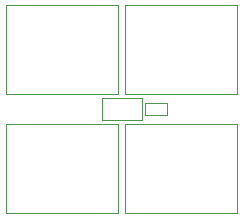
<source format=gbr>
%TF.GenerationSoftware,KiCad,Pcbnew,9.0.5-1.fc42*%
%TF.CreationDate,2025-12-03T04:04:07+01:00*%
%TF.ProjectId,Block-Switch-4,426c6f63-6b2d-4537-9769-7463682d342e,1*%
%TF.SameCoordinates,Original*%
%TF.FileFunction,Other,User*%
%FSLAX46Y46*%
G04 Gerber Fmt 4.6, Leading zero omitted, Abs format (unit mm)*
G04 Created by KiCad (PCBNEW 9.0.5-1.fc42) date 2025-12-03 04:04:07*
%MOMM*%
%LPD*%
G01*
G04 APERTURE LIST*
%ADD10C,0.050000*%
G04 APERTURE END LIST*
D10*
%TO.C,SW4*%
X139331300Y-104898190D02*
X139581300Y-104898190D01*
X139331300Y-105148190D02*
X139331300Y-104898190D01*
X139331300Y-112148190D02*
X139331300Y-105148190D01*
X139331300Y-112148190D02*
X139331300Y-112398190D01*
X139331300Y-112398190D02*
X139581300Y-112398190D01*
X139581300Y-104898190D02*
X148581300Y-104898190D01*
X148581300Y-104898190D02*
X148831300Y-104898190D01*
X148581300Y-112398190D02*
X139581300Y-112398190D01*
X148581300Y-112398190D02*
X148831300Y-112398190D01*
X148831300Y-104898190D02*
X148831300Y-105148190D01*
X148831300Y-105148190D02*
X148831300Y-112148190D01*
X148831300Y-112398190D02*
X148831300Y-112148190D01*
%TO.C,SW3*%
X129298700Y-104898190D02*
X129548700Y-104898190D01*
X129298700Y-105148190D02*
X129298700Y-104898190D01*
X129298700Y-112148190D02*
X129298700Y-105148190D01*
X129298700Y-112148190D02*
X129298700Y-112398190D01*
X129298700Y-112398190D02*
X129548700Y-112398190D01*
X129548700Y-104898190D02*
X138548700Y-104898190D01*
X138548700Y-104898190D02*
X138798700Y-104898190D01*
X138548700Y-112398190D02*
X129548700Y-112398190D01*
X138548700Y-112398190D02*
X138798700Y-112398190D01*
X138798700Y-104898190D02*
X138798700Y-105148190D01*
X138798700Y-105148190D02*
X138798700Y-112148190D01*
X138798700Y-112398190D02*
X138798700Y-112148190D01*
%TO.C,D1*%
X137405000Y-112715000D02*
X140765000Y-112715000D01*
X137405000Y-114615000D02*
X137405000Y-112715000D01*
X140765000Y-112715000D02*
X140765000Y-114615000D01*
X140765000Y-114615000D02*
X137405000Y-114615000D01*
%TO.C,SW2*%
X139331300Y-114931810D02*
X139581300Y-114931810D01*
X139331300Y-115181810D02*
X139331300Y-114931810D01*
X139331300Y-122181810D02*
X139331300Y-115181810D01*
X139331300Y-122181810D02*
X139331300Y-122431810D01*
X139331300Y-122431810D02*
X139581300Y-122431810D01*
X139581300Y-114931810D02*
X148581300Y-114931810D01*
X148581300Y-114931810D02*
X148831300Y-114931810D01*
X148581300Y-122431810D02*
X139581300Y-122431810D01*
X148581300Y-122431810D02*
X148831300Y-122431810D01*
X148831300Y-114931810D02*
X148831300Y-115181810D01*
X148831300Y-115181810D02*
X148831300Y-122181810D01*
X148831300Y-122431810D02*
X148831300Y-122181810D01*
%TO.C,R5*%
X142914000Y-113195000D02*
X142914000Y-114135000D01*
X141054000Y-113195000D02*
X142914000Y-113195000D01*
X142914000Y-114135000D02*
X141054000Y-114135000D01*
X141054000Y-114135000D02*
X141054000Y-113195000D01*
%TO.C,SW1*%
X129298700Y-114931810D02*
X129548700Y-114931810D01*
X129298700Y-115181810D02*
X129298700Y-114931810D01*
X129298700Y-122181810D02*
X129298700Y-115181810D01*
X129298700Y-122181810D02*
X129298700Y-122431810D01*
X129298700Y-122431810D02*
X129548700Y-122431810D01*
X129548700Y-114931810D02*
X138548700Y-114931810D01*
X138548700Y-114931810D02*
X138798700Y-114931810D01*
X138548700Y-122431810D02*
X129548700Y-122431810D01*
X138548700Y-122431810D02*
X138798700Y-122431810D01*
X138798700Y-114931810D02*
X138798700Y-115181810D01*
X138798700Y-115181810D02*
X138798700Y-122181810D01*
X138798700Y-122431810D02*
X138798700Y-122181810D01*
%TD*%
M02*

</source>
